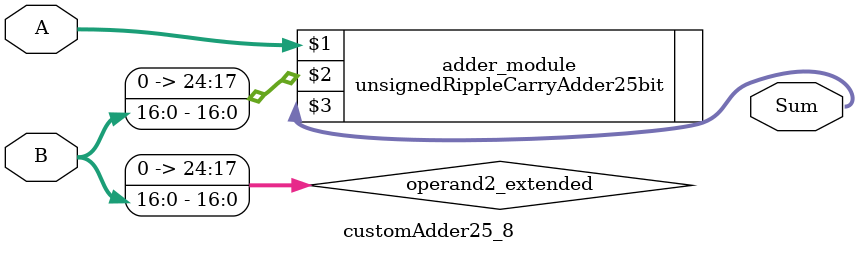
<source format=v>

module customAdder25_8(
                    input [24 : 0] A,
                    input [16 : 0] B,
                    
                    output [25 : 0] Sum
            );

    wire [24 : 0] operand2_extended;
    
    assign operand2_extended =  {8'b0, B};
    
    unsignedRippleCarryAdder25bit adder_module(
        A,
        operand2_extended,
        Sum
    );
    
endmodule
        
</source>
